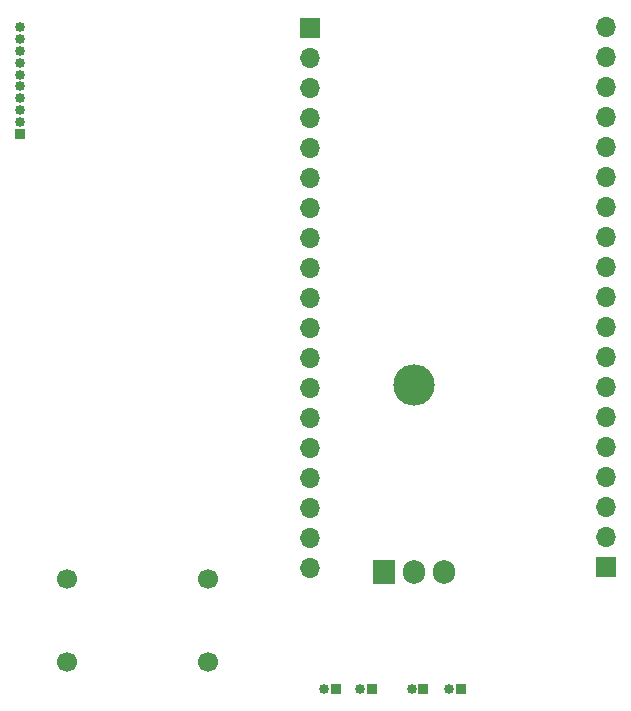
<source format=gbr>
%TF.GenerationSoftware,KiCad,Pcbnew,7.0.2-0*%
%TF.CreationDate,2023-05-30T13:58:50+02:00*%
%TF.ProjectId,Quest_EMG,51756573-745f-4454-9d47-2e6b69636164,rev?*%
%TF.SameCoordinates,Original*%
%TF.FileFunction,Soldermask,Bot*%
%TF.FilePolarity,Negative*%
%FSLAX46Y46*%
G04 Gerber Fmt 4.6, Leading zero omitted, Abs format (unit mm)*
G04 Created by KiCad (PCBNEW 7.0.2-0) date 2023-05-30 13:58:50*
%MOMM*%
%LPD*%
G01*
G04 APERTURE LIST*
%ADD10R,1.700000X1.700000*%
%ADD11O,1.700000X1.700000*%
%ADD12O,3.500000X3.500000*%
%ADD13R,1.905000X2.000000*%
%ADD14O,1.905000X2.000000*%
%ADD15C,1.700000*%
%ADD16R,0.850000X0.850000*%
%ADD17O,0.850000X0.850000*%
G04 APERTURE END LIST*
D10*
%TO.C,J1*%
X136350000Y-67310000D03*
D11*
X136350000Y-64770000D03*
X136350000Y-62230000D03*
X136350000Y-59690000D03*
X136350000Y-57150000D03*
X136350000Y-54610000D03*
X136350000Y-52070000D03*
X136350000Y-49530000D03*
X136350000Y-46990000D03*
X136350000Y-44450000D03*
X136350000Y-41910000D03*
X136350000Y-39370000D03*
X136350000Y-36830000D03*
X136350000Y-34290000D03*
X136350000Y-31750000D03*
X136350000Y-29210000D03*
X136350000Y-26670000D03*
X136350000Y-24130000D03*
X136350000Y-21590000D03*
%TD*%
D12*
%TO.C,U4*%
X120089000Y-51959000D03*
D13*
X117549000Y-67759000D03*
D14*
X120089000Y-67759000D03*
X122629000Y-67759000D03*
%TD*%
D15*
%TO.C,J3*%
X102616000Y-75398000D03*
X102616000Y-68398000D03*
%TD*%
D16*
%TO.C,BT2*%
X124019000Y-77675000D03*
D17*
X123019000Y-77675000D03*
%TD*%
D16*
%TO.C,BT3*%
X120868000Y-77664000D03*
D17*
X119868000Y-77664000D03*
%TD*%
D16*
%TO.C,J5*%
X86724000Y-30657000D03*
D17*
X86724000Y-29657000D03*
X86724000Y-28657000D03*
X86724000Y-27657000D03*
X86724000Y-26657000D03*
X86724000Y-25657000D03*
X86724000Y-24657000D03*
X86724000Y-23657000D03*
X86724000Y-22657000D03*
X86724000Y-21657000D03*
%TD*%
D10*
%TO.C,J2*%
X111252000Y-21670000D03*
D11*
X111252000Y-24210000D03*
X111252000Y-26750000D03*
X111252000Y-29290000D03*
X111252000Y-31830000D03*
X111252000Y-34370000D03*
X111252000Y-36910000D03*
X111252000Y-39450000D03*
X111252000Y-41990000D03*
X111252000Y-44530000D03*
X111252000Y-47070000D03*
X111252000Y-49610000D03*
X111252000Y-52150000D03*
X111252000Y-54690000D03*
X111252000Y-57230000D03*
X111252000Y-59770000D03*
X111252000Y-62310000D03*
X111252000Y-64850000D03*
X111252000Y-67390000D03*
%TD*%
D16*
%TO.C,BT1*%
X116502000Y-77648000D03*
D17*
X115502000Y-77648000D03*
%TD*%
D16*
%TO.C,BT4*%
X113440000Y-77651000D03*
D17*
X112440000Y-77651000D03*
%TD*%
D15*
%TO.C,J4*%
X90678000Y-75398000D03*
X90678000Y-68398000D03*
%TD*%
M02*

</source>
